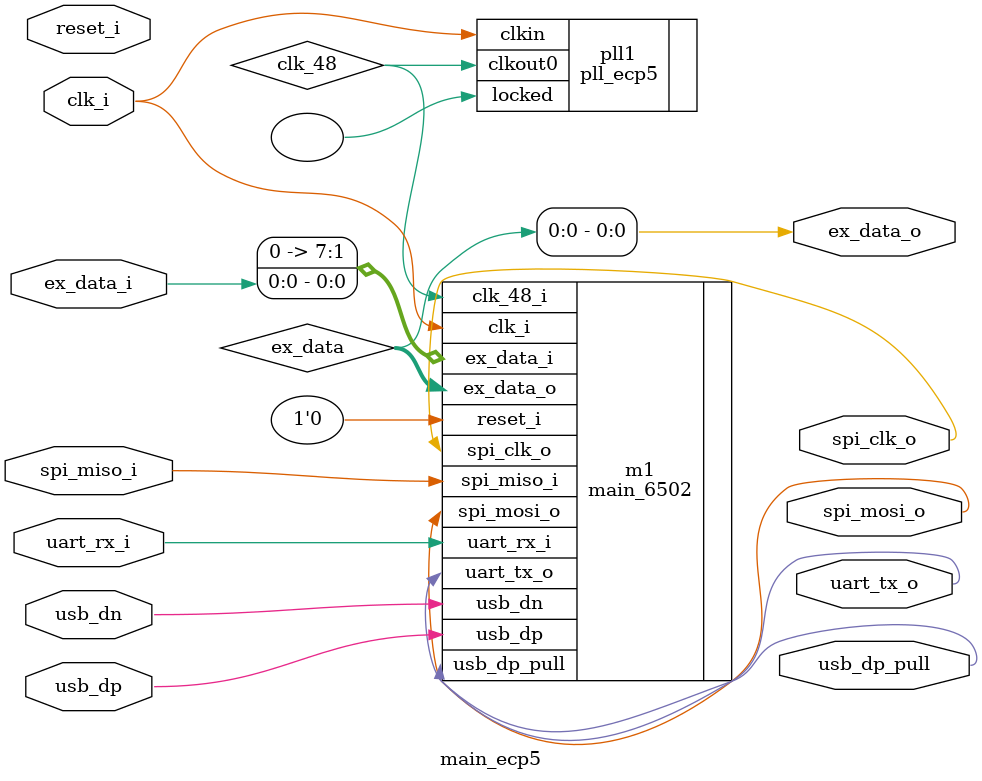
<source format=sv>
module main_ecp5 (
    input  logic clk_i,
    input  logic reset_i,
    input  logic ex_data_i,
    output logic ex_data_o,
    output logic usb_dp_pull,
    inout  logic usb_dp,
    inout  logic usb_dn,
    input  logic uart_rx_i,
    output logic uart_tx_o,
    output logic spi_clk_o,
    output logic spi_mosi_o,
    input  logic spi_miso_i
);
    localparam FPGAClkSpeed  = 40000000;
    localparam BaudRate6502  = 230400;
    localparam address_width = 16;
    localparam data_width    = 8;

    logic clk_48;

    pll_ecp5 pll1 (
        .clkin (clk_i),
        .clkout0 (clk_48),
        .locked ()
    );

    logic [7:0] ex_data;
    assign ex_data_o = ex_data[0];

    main_6502 #(
        .FPGAClkSpeed  (FPGAClkSpeed),
        .BaudRate6502  (BaudRate6502),
        .address_width (address_width),
        .data_width    (data_width)
    ) m1 (
        .clk_i         (clk_i),
        .clk_48_i      (clk_48),
        .reset_i       ('0),
        .ex_data_i     ({7'b0,ex_data_i}),
        .ex_data_o     (ex_data),
        .uart_tx_o     (uart_tx_o),
        .uart_rx_i     (uart_rx_i),
        .usb_dp_pull   (usb_dp_pull),
        .usb_dp        (usb_dp),
        .usb_dn        (usb_dn),
        .spi_clk_o     (spi_clk_o),
        .spi_mosi_o    (spi_mosi_o),
        .spi_miso_i    (spi_miso_i)
    );


endmodule

</source>
